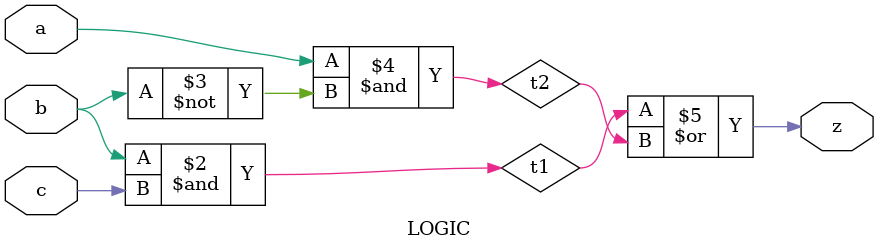
<source format=v>
`timescale 1ns / 1ps
module LOGIC (
    input a,
    input b,
    input c,
    output reg z
);
    reg t1, t2;
    always @ (a, b, c) begin
        t1 = b & c;
        t2 = a & ~b;
        z = t1 | t2;
    end
endmodule
</source>
